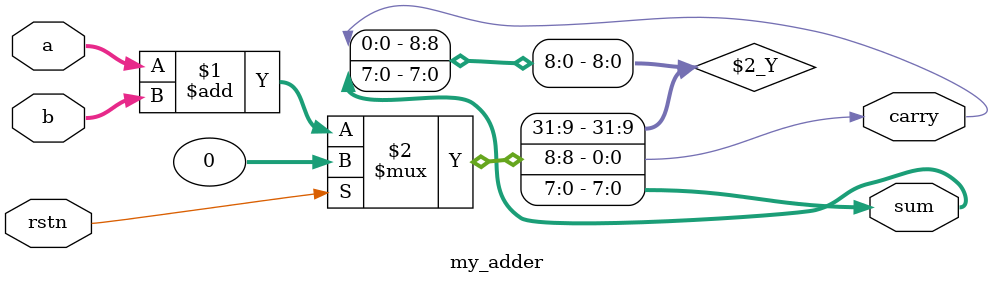
<source format=sv>
/*/|==========/=/|====================================/
|*|| Filename |*|| adder.v 
|*|| Date     |*|| 2022-09-29
|*|| Author   |*|| Nguyen Ha Nhat Phuong
|*|| Contact  |*|| phuong2710@gmail.com
|_|/==========|_|/===================================*/

module my_adder (input        rstn, 
                 input [7:0]  a,
                 input [7:0]  b,
                 output[7:0]  sum, 
                 output       carry);

  assign {carry, sum} = rstn ? 0 : (a + b);
endmodule

</source>
